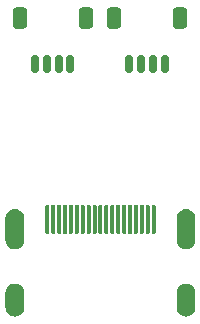
<source format=gbr>
%TF.GenerationSoftware,KiCad,Pcbnew,(6.0.6)*%
%TF.CreationDate,2022-06-22T16:25:05-06:00*%
%TF.ProjectId,15Pin_Fanout_Diodes,31355069-6e5f-4466-916e-6f75745f4469,rev?*%
%TF.SameCoordinates,Original*%
%TF.FileFunction,Paste,Top*%
%TF.FilePolarity,Positive*%
%FSLAX46Y46*%
G04 Gerber Fmt 4.6, Leading zero omitted, Abs format (unit mm)*
G04 Created by KiCad (PCBNEW (6.0.6)) date 2022-06-22 16:25:05*
%MOMM*%
%LPD*%
G01*
G04 APERTURE LIST*
G04 Aperture macros list*
%AMRoundRect*
0 Rectangle with rounded corners*
0 $1 Rounding radius*
0 $2 $3 $4 $5 $6 $7 $8 $9 X,Y pos of 4 corners*
0 Add a 4 corners polygon primitive as box body*
4,1,4,$2,$3,$4,$5,$6,$7,$8,$9,$2,$3,0*
0 Add four circle primitives for the rounded corners*
1,1,$1+$1,$2,$3*
1,1,$1+$1,$4,$5*
1,1,$1+$1,$6,$7*
1,1,$1+$1,$8,$9*
0 Add four rect primitives between the rounded corners*
20,1,$1+$1,$2,$3,$4,$5,0*
20,1,$1+$1,$4,$5,$6,$7,0*
20,1,$1+$1,$6,$7,$8,$9,0*
20,1,$1+$1,$8,$9,$2,$3,0*%
G04 Aperture macros list end*
%ADD10C,0.120000*%
%ADD11RoundRect,0.150000X0.150000X0.625000X-0.150000X0.625000X-0.150000X-0.625000X0.150000X-0.625000X0*%
%ADD12RoundRect,0.250000X0.350000X0.650000X-0.350000X0.650000X-0.350000X-0.650000X0.350000X-0.650000X0*%
%ADD13O,0.250000X2.400000*%
G04 APERTURE END LIST*
%TO.C,J1*%
G36*
X-474000Y4592000D02*
G01*
X-451000Y4584000D01*
X-429000Y4572000D01*
X-410000Y4557000D01*
X-395000Y4537000D01*
X-384000Y4516000D01*
X-377000Y4492000D01*
X-375000Y4471000D01*
X-375000Y2321000D01*
X-378000Y2297000D01*
X-385000Y2274000D01*
X-397000Y2252000D01*
X-413000Y2233000D01*
X-432000Y2218000D01*
X-454000Y2207000D01*
X-477000Y2200000D01*
X-502000Y2198000D01*
X-526000Y2201000D01*
X-550000Y2208000D01*
X-571000Y2220000D01*
X-590000Y2236000D01*
X-605000Y2255000D01*
X-616000Y2277000D01*
X-623000Y2300000D01*
X-625000Y2321000D01*
X-625000Y4471000D01*
X-622000Y4496000D01*
X-615000Y4519000D01*
X-603000Y4540000D01*
X-587000Y4559000D01*
X-568000Y4574000D01*
X-546000Y4586000D01*
X-523000Y4592000D01*
X-498000Y4594000D01*
X-474000Y4592000D01*
G37*
D10*
X-474000Y4592000D02*
X-451000Y4584000D01*
X-429000Y4572000D01*
X-410000Y4557000D01*
X-395000Y4537000D01*
X-384000Y4516000D01*
X-377000Y4492000D01*
X-375000Y4471000D01*
X-375000Y2321000D01*
X-378000Y2297000D01*
X-385000Y2274000D01*
X-397000Y2252000D01*
X-413000Y2233000D01*
X-432000Y2218000D01*
X-454000Y2207000D01*
X-477000Y2200000D01*
X-502000Y2198000D01*
X-526000Y2201000D01*
X-550000Y2208000D01*
X-571000Y2220000D01*
X-590000Y2236000D01*
X-605000Y2255000D01*
X-616000Y2277000D01*
X-623000Y2300000D01*
X-625000Y2321000D01*
X-625000Y4471000D01*
X-622000Y4496000D01*
X-615000Y4519000D01*
X-603000Y4540000D01*
X-587000Y4559000D01*
X-568000Y4574000D01*
X-546000Y4586000D01*
X-523000Y4592000D01*
X-498000Y4594000D01*
X-474000Y4592000D01*
G36*
X3025000Y4594000D02*
G01*
X3048000Y4587000D01*
X3070000Y4575000D01*
X3089000Y4560000D01*
X3105000Y4541000D01*
X3116000Y4519000D01*
X3123000Y4496000D01*
X3126000Y4471000D01*
X3126000Y2321000D01*
X3123000Y2297000D01*
X3116000Y2273000D01*
X3105000Y2252000D01*
X3089000Y2233000D01*
X3070000Y2217000D01*
X3048000Y2206000D01*
X3025000Y2199000D01*
X3001000Y2196000D01*
X2976000Y2199000D01*
X2953000Y2206000D01*
X2931000Y2217000D01*
X2912000Y2233000D01*
X2897000Y2252000D01*
X2885000Y2273000D01*
X2878000Y2297000D01*
X2876000Y2321000D01*
X2876000Y4471000D01*
X2878000Y4496000D01*
X2885000Y4519000D01*
X2897000Y4541000D01*
X2912000Y4560000D01*
X2931000Y4575000D01*
X2953000Y4587000D01*
X2976000Y4594000D01*
X3001000Y4596000D01*
X3025000Y4594000D01*
G37*
X3025000Y4594000D02*
X3048000Y4587000D01*
X3070000Y4575000D01*
X3089000Y4560000D01*
X3105000Y4541000D01*
X3116000Y4519000D01*
X3123000Y4496000D01*
X3126000Y4471000D01*
X3126000Y2321000D01*
X3123000Y2297000D01*
X3116000Y2273000D01*
X3105000Y2252000D01*
X3089000Y2233000D01*
X3070000Y2217000D01*
X3048000Y2206000D01*
X3025000Y2199000D01*
X3001000Y2196000D01*
X2976000Y2199000D01*
X2953000Y2206000D01*
X2931000Y2217000D01*
X2912000Y2233000D01*
X2897000Y2252000D01*
X2885000Y2273000D01*
X2878000Y2297000D01*
X2876000Y2321000D01*
X2876000Y4471000D01*
X2878000Y4496000D01*
X2885000Y4519000D01*
X2897000Y4541000D01*
X2912000Y4560000D01*
X2931000Y4575000D01*
X2953000Y4587000D01*
X2976000Y4594000D01*
X3001000Y4596000D01*
X3025000Y4594000D01*
G36*
X-1476000Y4594000D02*
G01*
X-1452000Y4587000D01*
X-1431000Y4575000D01*
X-1412000Y4560000D01*
X-1396000Y4541000D01*
X-1385000Y4519000D01*
X-1378000Y4496000D01*
X-1375000Y4471000D01*
X-1375000Y2321000D01*
X-1378000Y2297000D01*
X-1385000Y2273000D01*
X-1396000Y2252000D01*
X-1412000Y2233000D01*
X-1431000Y2217000D01*
X-1452000Y2206000D01*
X-1476000Y2199000D01*
X-1500000Y2196000D01*
X-1525000Y2199000D01*
X-1548000Y2206000D01*
X-1570000Y2217000D01*
X-1589000Y2233000D01*
X-1604000Y2252000D01*
X-1616000Y2273000D01*
X-1623000Y2297000D01*
X-1625000Y2321000D01*
X-1625000Y4471000D01*
X-1623000Y4496000D01*
X-1616000Y4519000D01*
X-1604000Y4541000D01*
X-1589000Y4560000D01*
X-1570000Y4575000D01*
X-1548000Y4587000D01*
X-1525000Y4594000D01*
X-1500000Y4596000D01*
X-1476000Y4594000D01*
G37*
X-1476000Y4594000D02*
X-1452000Y4587000D01*
X-1431000Y4575000D01*
X-1412000Y4560000D01*
X-1396000Y4541000D01*
X-1385000Y4519000D01*
X-1378000Y4496000D01*
X-1375000Y4471000D01*
X-1375000Y2321000D01*
X-1378000Y2297000D01*
X-1385000Y2273000D01*
X-1396000Y2252000D01*
X-1412000Y2233000D01*
X-1431000Y2217000D01*
X-1452000Y2206000D01*
X-1476000Y2199000D01*
X-1500000Y2196000D01*
X-1525000Y2199000D01*
X-1548000Y2206000D01*
X-1570000Y2217000D01*
X-1589000Y2233000D01*
X-1604000Y2252000D01*
X-1616000Y2273000D01*
X-1623000Y2297000D01*
X-1625000Y2321000D01*
X-1625000Y4471000D01*
X-1623000Y4496000D01*
X-1616000Y4519000D01*
X-1604000Y4541000D01*
X-1589000Y4560000D01*
X-1570000Y4575000D01*
X-1548000Y4587000D01*
X-1525000Y4594000D01*
X-1500000Y4596000D01*
X-1476000Y4594000D01*
G36*
X-3476000Y4594000D02*
G01*
X-3453000Y4587000D01*
X-3431000Y4575000D01*
X-3412000Y4560000D01*
X-3397000Y4541000D01*
X-3385000Y4519000D01*
X-3378000Y4496000D01*
X-3376000Y4471000D01*
X-3376000Y2321000D01*
X-3378000Y2297000D01*
X-3385000Y2273000D01*
X-3397000Y2252000D01*
X-3412000Y2233000D01*
X-3431000Y2217000D01*
X-3453000Y2206000D01*
X-3476000Y2199000D01*
X-3501000Y2196000D01*
X-3525000Y2199000D01*
X-3549000Y2206000D01*
X-3570000Y2217000D01*
X-3589000Y2233000D01*
X-3605000Y2252000D01*
X-3616000Y2273000D01*
X-3623000Y2297000D01*
X-3626000Y2321000D01*
X-3626000Y4471000D01*
X-3623000Y4496000D01*
X-3616000Y4519000D01*
X-3605000Y4541000D01*
X-3589000Y4560000D01*
X-3570000Y4575000D01*
X-3549000Y4587000D01*
X-3525000Y4594000D01*
X-3501000Y4596000D01*
X-3476000Y4594000D01*
G37*
X-3476000Y4594000D02*
X-3453000Y4587000D01*
X-3431000Y4575000D01*
X-3412000Y4560000D01*
X-3397000Y4541000D01*
X-3385000Y4519000D01*
X-3378000Y4496000D01*
X-3376000Y4471000D01*
X-3376000Y2321000D01*
X-3378000Y2297000D01*
X-3385000Y2273000D01*
X-3397000Y2252000D01*
X-3412000Y2233000D01*
X-3431000Y2217000D01*
X-3453000Y2206000D01*
X-3476000Y2199000D01*
X-3501000Y2196000D01*
X-3525000Y2199000D01*
X-3549000Y2206000D01*
X-3570000Y2217000D01*
X-3589000Y2233000D01*
X-3605000Y2252000D01*
X-3616000Y2273000D01*
X-3623000Y2297000D01*
X-3626000Y2321000D01*
X-3626000Y4471000D01*
X-3623000Y4496000D01*
X-3616000Y4519000D01*
X-3605000Y4541000D01*
X-3589000Y4560000D01*
X-3570000Y4575000D01*
X-3549000Y4587000D01*
X-3525000Y4594000D01*
X-3501000Y4596000D01*
X-3476000Y4594000D01*
G36*
X2025000Y4594000D02*
G01*
X2048000Y4587000D01*
X2070000Y4575000D01*
X2089000Y4560000D01*
X2104000Y4541000D01*
X2116000Y4519000D01*
X2123000Y4496000D01*
X2125000Y4471000D01*
X2125000Y2321000D01*
X2123000Y2297000D01*
X2116000Y2273000D01*
X2104000Y2252000D01*
X2089000Y2233000D01*
X2070000Y2217000D01*
X2048000Y2206000D01*
X2025000Y2199000D01*
X2000000Y2196000D01*
X1976000Y2199000D01*
X1953000Y2206000D01*
X1931000Y2217000D01*
X1912000Y2233000D01*
X1896000Y2252000D01*
X1885000Y2273000D01*
X1878000Y2297000D01*
X1875000Y2321000D01*
X1875000Y4471000D01*
X1878000Y4496000D01*
X1885000Y4519000D01*
X1896000Y4541000D01*
X1912000Y4560000D01*
X1931000Y4575000D01*
X1953000Y4587000D01*
X1976000Y4594000D01*
X2000000Y4596000D01*
X2025000Y4594000D01*
G37*
X2025000Y4594000D02*
X2048000Y4587000D01*
X2070000Y4575000D01*
X2089000Y4560000D01*
X2104000Y4541000D01*
X2116000Y4519000D01*
X2123000Y4496000D01*
X2125000Y4471000D01*
X2125000Y2321000D01*
X2123000Y2297000D01*
X2116000Y2273000D01*
X2104000Y2252000D01*
X2089000Y2233000D01*
X2070000Y2217000D01*
X2048000Y2206000D01*
X2025000Y2199000D01*
X2000000Y2196000D01*
X1976000Y2199000D01*
X1953000Y2206000D01*
X1931000Y2217000D01*
X1912000Y2233000D01*
X1896000Y2252000D01*
X1885000Y2273000D01*
X1878000Y2297000D01*
X1875000Y2321000D01*
X1875000Y4471000D01*
X1878000Y4496000D01*
X1885000Y4519000D01*
X1896000Y4541000D01*
X1912000Y4560000D01*
X1931000Y4575000D01*
X1953000Y4587000D01*
X1976000Y4594000D01*
X2000000Y4596000D01*
X2025000Y4594000D01*
G36*
X-4477000Y4594000D02*
G01*
X-4453000Y4587000D01*
X-4431000Y4575000D01*
X-4413000Y4560000D01*
X-4397000Y4541000D01*
X-4385000Y4519000D01*
X-4378000Y4496000D01*
X-4376000Y4471000D01*
X-4376000Y2321000D01*
X-4378000Y2297000D01*
X-4385000Y2273000D01*
X-4397000Y2252000D01*
X-4413000Y2233000D01*
X-4431000Y2217000D01*
X-4453000Y2206000D01*
X-4477000Y2199000D01*
X-4501000Y2196000D01*
X-4525000Y2199000D01*
X-4549000Y2206000D01*
X-4570000Y2217000D01*
X-4589000Y2233000D01*
X-4605000Y2252000D01*
X-4616000Y2273000D01*
X-4624000Y2297000D01*
X-4626000Y2321000D01*
X-4626000Y4471000D01*
X-4624000Y4496000D01*
X-4616000Y4519000D01*
X-4605000Y4541000D01*
X-4589000Y4560000D01*
X-4570000Y4575000D01*
X-4549000Y4587000D01*
X-4525000Y4594000D01*
X-4501000Y4596000D01*
X-4477000Y4594000D01*
G37*
X-4477000Y4594000D02*
X-4453000Y4587000D01*
X-4431000Y4575000D01*
X-4413000Y4560000D01*
X-4397000Y4541000D01*
X-4385000Y4519000D01*
X-4378000Y4496000D01*
X-4376000Y4471000D01*
X-4376000Y2321000D01*
X-4378000Y2297000D01*
X-4385000Y2273000D01*
X-4397000Y2252000D01*
X-4413000Y2233000D01*
X-4431000Y2217000D01*
X-4453000Y2206000D01*
X-4477000Y2199000D01*
X-4501000Y2196000D01*
X-4525000Y2199000D01*
X-4549000Y2206000D01*
X-4570000Y2217000D01*
X-4589000Y2233000D01*
X-4605000Y2252000D01*
X-4616000Y2273000D01*
X-4624000Y2297000D01*
X-4626000Y2321000D01*
X-4626000Y4471000D01*
X-4624000Y4496000D01*
X-4616000Y4519000D01*
X-4605000Y4541000D01*
X-4589000Y4560000D01*
X-4570000Y4575000D01*
X-4549000Y4587000D01*
X-4525000Y4594000D01*
X-4501000Y4596000D01*
X-4477000Y4594000D01*
G36*
X-1976000Y4594000D02*
G01*
X-1953000Y4587000D01*
X-1931000Y4575000D01*
X-1912000Y4560000D01*
X-1896000Y4541000D01*
X-1885000Y4519000D01*
X-1878000Y4496000D01*
X-1875000Y4471000D01*
X-1875000Y2321000D01*
X-1878000Y2297000D01*
X-1885000Y2273000D01*
X-1896000Y2252000D01*
X-1912000Y2233000D01*
X-1931000Y2217000D01*
X-1953000Y2206000D01*
X-1976000Y2199000D01*
X-2000000Y2196000D01*
X-2025000Y2199000D01*
X-2048000Y2206000D01*
X-2070000Y2217000D01*
X-2089000Y2233000D01*
X-2104000Y2252000D01*
X-2116000Y2273000D01*
X-2123000Y2297000D01*
X-2125000Y2321000D01*
X-2125000Y4471000D01*
X-2123000Y4496000D01*
X-2116000Y4519000D01*
X-2104000Y4541000D01*
X-2089000Y4560000D01*
X-2070000Y4575000D01*
X-2048000Y4587000D01*
X-2025000Y4594000D01*
X-2000000Y4596000D01*
X-1976000Y4594000D01*
G37*
X-1976000Y4594000D02*
X-1953000Y4587000D01*
X-1931000Y4575000D01*
X-1912000Y4560000D01*
X-1896000Y4541000D01*
X-1885000Y4519000D01*
X-1878000Y4496000D01*
X-1875000Y4471000D01*
X-1875000Y2321000D01*
X-1878000Y2297000D01*
X-1885000Y2273000D01*
X-1896000Y2252000D01*
X-1912000Y2233000D01*
X-1931000Y2217000D01*
X-1953000Y2206000D01*
X-1976000Y2199000D01*
X-2000000Y2196000D01*
X-2025000Y2199000D01*
X-2048000Y2206000D01*
X-2070000Y2217000D01*
X-2089000Y2233000D01*
X-2104000Y2252000D01*
X-2116000Y2273000D01*
X-2123000Y2297000D01*
X-2125000Y2321000D01*
X-2125000Y4471000D01*
X-2123000Y4496000D01*
X-2116000Y4519000D01*
X-2104000Y4541000D01*
X-2089000Y4560000D01*
X-2070000Y4575000D01*
X-2048000Y4587000D01*
X-2025000Y4594000D01*
X-2000000Y4596000D01*
X-1976000Y4594000D01*
G36*
X1025000Y4594000D02*
G01*
X1048000Y4587000D01*
X1070000Y4575000D01*
X1089000Y4560000D01*
X1104000Y4541000D01*
X1116000Y4519000D01*
X1123000Y4496000D01*
X1125000Y4471000D01*
X1125000Y2321000D01*
X1123000Y2297000D01*
X1116000Y2273000D01*
X1104000Y2252000D01*
X1089000Y2233000D01*
X1070000Y2217000D01*
X1048000Y2206000D01*
X1025000Y2199000D01*
X1000000Y2196000D01*
X976000Y2199000D01*
X952000Y2206000D01*
X931000Y2217000D01*
X912000Y2233000D01*
X896000Y2252000D01*
X885000Y2273000D01*
X878000Y2297000D01*
X875000Y2321000D01*
X875000Y4471000D01*
X878000Y4496000D01*
X885000Y4519000D01*
X896000Y4541000D01*
X912000Y4560000D01*
X931000Y4575000D01*
X952000Y4587000D01*
X976000Y4594000D01*
X1000000Y4596000D01*
X1025000Y4594000D01*
G37*
X1025000Y4594000D02*
X1048000Y4587000D01*
X1070000Y4575000D01*
X1089000Y4560000D01*
X1104000Y4541000D01*
X1116000Y4519000D01*
X1123000Y4496000D01*
X1125000Y4471000D01*
X1125000Y2321000D01*
X1123000Y2297000D01*
X1116000Y2273000D01*
X1104000Y2252000D01*
X1089000Y2233000D01*
X1070000Y2217000D01*
X1048000Y2206000D01*
X1025000Y2199000D01*
X1000000Y2196000D01*
X976000Y2199000D01*
X952000Y2206000D01*
X931000Y2217000D01*
X912000Y2233000D01*
X896000Y2252000D01*
X885000Y2273000D01*
X878000Y2297000D01*
X875000Y2321000D01*
X875000Y4471000D01*
X878000Y4496000D01*
X885000Y4519000D01*
X896000Y4541000D01*
X912000Y4560000D01*
X931000Y4575000D01*
X952000Y4587000D01*
X976000Y4594000D01*
X1000000Y4596000D01*
X1025000Y4594000D01*
G36*
X-3976000Y4594000D02*
G01*
X-3953000Y4587000D01*
X-3931000Y4575000D01*
X-3912000Y4560000D01*
X-3897000Y4541000D01*
X-3885000Y4519000D01*
X-3878000Y4496000D01*
X-3876000Y4471000D01*
X-3876000Y2321000D01*
X-3878000Y2297000D01*
X-3885000Y2273000D01*
X-3897000Y2252000D01*
X-3912000Y2233000D01*
X-3931000Y2217000D01*
X-3953000Y2206000D01*
X-3976000Y2199000D01*
X-4001000Y2196000D01*
X-4025000Y2199000D01*
X-4049000Y2206000D01*
X-4070000Y2217000D01*
X-4089000Y2233000D01*
X-4105000Y2252000D01*
X-4116000Y2273000D01*
X-4123000Y2297000D01*
X-4126000Y2321000D01*
X-4126000Y4471000D01*
X-4123000Y4496000D01*
X-4116000Y4519000D01*
X-4105000Y4541000D01*
X-4089000Y4560000D01*
X-4070000Y4575000D01*
X-4049000Y4587000D01*
X-4025000Y4594000D01*
X-4001000Y4596000D01*
X-3976000Y4594000D01*
G37*
X-3976000Y4594000D02*
X-3953000Y4587000D01*
X-3931000Y4575000D01*
X-3912000Y4560000D01*
X-3897000Y4541000D01*
X-3885000Y4519000D01*
X-3878000Y4496000D01*
X-3876000Y4471000D01*
X-3876000Y2321000D01*
X-3878000Y2297000D01*
X-3885000Y2273000D01*
X-3897000Y2252000D01*
X-3912000Y2233000D01*
X-3931000Y2217000D01*
X-3953000Y2206000D01*
X-3976000Y2199000D01*
X-4001000Y2196000D01*
X-4025000Y2199000D01*
X-4049000Y2206000D01*
X-4070000Y2217000D01*
X-4089000Y2233000D01*
X-4105000Y2252000D01*
X-4116000Y2273000D01*
X-4123000Y2297000D01*
X-4126000Y2321000D01*
X-4126000Y4471000D01*
X-4123000Y4496000D01*
X-4116000Y4519000D01*
X-4105000Y4541000D01*
X-4089000Y4560000D01*
X-4070000Y4575000D01*
X-4049000Y4587000D01*
X-4025000Y4594000D01*
X-4001000Y4596000D01*
X-3976000Y4594000D01*
G36*
X-974000Y4592000D02*
G01*
X-951000Y4584000D01*
X-929000Y4572000D01*
X-911000Y4557000D01*
X-895000Y4537000D01*
X-884000Y4516000D01*
X-877000Y4492000D01*
X-875000Y4471000D01*
X-875000Y2321000D01*
X-878000Y2297000D01*
X-885000Y2274000D01*
X-897000Y2252000D01*
X-913000Y2233000D01*
X-932000Y2218000D01*
X-954000Y2207000D01*
X-978000Y2200000D01*
X-1002000Y2198000D01*
X-1026000Y2201000D01*
X-1050000Y2208000D01*
X-1071000Y2220000D01*
X-1090000Y2236000D01*
X-1105000Y2255000D01*
X-1116000Y2277000D01*
X-1123000Y2300000D01*
X-1125000Y2321000D01*
X-1125000Y4471000D01*
X-1122000Y4496000D01*
X-1115000Y4519000D01*
X-1103000Y4540000D01*
X-1087000Y4559000D01*
X-1068000Y4574000D01*
X-1046000Y4586000D01*
X-1023000Y4592000D01*
X-998000Y4594000D01*
X-974000Y4592000D01*
G37*
X-974000Y4592000D02*
X-951000Y4584000D01*
X-929000Y4572000D01*
X-911000Y4557000D01*
X-895000Y4537000D01*
X-884000Y4516000D01*
X-877000Y4492000D01*
X-875000Y4471000D01*
X-875000Y2321000D01*
X-878000Y2297000D01*
X-885000Y2274000D01*
X-897000Y2252000D01*
X-913000Y2233000D01*
X-932000Y2218000D01*
X-954000Y2207000D01*
X-978000Y2200000D01*
X-1002000Y2198000D01*
X-1026000Y2201000D01*
X-1050000Y2208000D01*
X-1071000Y2220000D01*
X-1090000Y2236000D01*
X-1105000Y2255000D01*
X-1116000Y2277000D01*
X-1123000Y2300000D01*
X-1125000Y2321000D01*
X-1125000Y4471000D01*
X-1122000Y4496000D01*
X-1115000Y4519000D01*
X-1103000Y4540000D01*
X-1087000Y4559000D01*
X-1068000Y4574000D01*
X-1046000Y4586000D01*
X-1023000Y4592000D01*
X-998000Y4594000D01*
X-974000Y4592000D01*
G36*
X-2476000Y4594000D02*
G01*
X-2453000Y4587000D01*
X-2431000Y4575000D01*
X-2412000Y4560000D01*
X-2397000Y4541000D01*
X-2385000Y4519000D01*
X-2378000Y4496000D01*
X-2375000Y4471000D01*
X-2375000Y2321000D01*
X-2378000Y2297000D01*
X-2385000Y2273000D01*
X-2397000Y2252000D01*
X-2412000Y2233000D01*
X-2431000Y2217000D01*
X-2453000Y2206000D01*
X-2476000Y2199000D01*
X-2500000Y2196000D01*
X-2525000Y2199000D01*
X-2548000Y2206000D01*
X-2570000Y2217000D01*
X-2589000Y2233000D01*
X-2604000Y2252000D01*
X-2616000Y2273000D01*
X-2623000Y2297000D01*
X-2625000Y2321000D01*
X-2625000Y4471000D01*
X-2623000Y4496000D01*
X-2616000Y4519000D01*
X-2604000Y4541000D01*
X-2589000Y4560000D01*
X-2570000Y4575000D01*
X-2548000Y4587000D01*
X-2525000Y4594000D01*
X-2500000Y4596000D01*
X-2476000Y4594000D01*
G37*
X-2476000Y4594000D02*
X-2453000Y4587000D01*
X-2431000Y4575000D01*
X-2412000Y4560000D01*
X-2397000Y4541000D01*
X-2385000Y4519000D01*
X-2378000Y4496000D01*
X-2375000Y4471000D01*
X-2375000Y2321000D01*
X-2378000Y2297000D01*
X-2385000Y2273000D01*
X-2397000Y2252000D01*
X-2412000Y2233000D01*
X-2431000Y2217000D01*
X-2453000Y2206000D01*
X-2476000Y2199000D01*
X-2500000Y2196000D01*
X-2525000Y2199000D01*
X-2548000Y2206000D01*
X-2570000Y2217000D01*
X-2589000Y2233000D01*
X-2604000Y2252000D01*
X-2616000Y2273000D01*
X-2623000Y2297000D01*
X-2625000Y2321000D01*
X-2625000Y4471000D01*
X-2623000Y4496000D01*
X-2616000Y4519000D01*
X-2604000Y4541000D01*
X-2589000Y4560000D01*
X-2570000Y4575000D01*
X-2548000Y4587000D01*
X-2525000Y4594000D01*
X-2500000Y4596000D01*
X-2476000Y4594000D01*
G36*
X4525000Y4594000D02*
G01*
X4549000Y4587000D01*
X4570000Y4575000D01*
X4589000Y4560000D01*
X4605000Y4541000D01*
X4616000Y4519000D01*
X4624000Y4496000D01*
X4626000Y4471000D01*
X4626000Y2321000D01*
X4624000Y2297000D01*
X4616000Y2273000D01*
X4605000Y2252000D01*
X4589000Y2233000D01*
X4570000Y2217000D01*
X4549000Y2206000D01*
X4525000Y2199000D01*
X4501000Y2196000D01*
X4477000Y2199000D01*
X4453000Y2206000D01*
X4431000Y2217000D01*
X4413000Y2233000D01*
X4397000Y2252000D01*
X4385000Y2273000D01*
X4378000Y2297000D01*
X4376000Y2321000D01*
X4376000Y4471000D01*
X4378000Y4496000D01*
X4385000Y4519000D01*
X4397000Y4541000D01*
X4413000Y4560000D01*
X4431000Y4575000D01*
X4453000Y4587000D01*
X4477000Y4594000D01*
X4501000Y4596000D01*
X4525000Y4594000D01*
G37*
X4525000Y4594000D02*
X4549000Y4587000D01*
X4570000Y4575000D01*
X4589000Y4560000D01*
X4605000Y4541000D01*
X4616000Y4519000D01*
X4624000Y4496000D01*
X4626000Y4471000D01*
X4626000Y2321000D01*
X4624000Y2297000D01*
X4616000Y2273000D01*
X4605000Y2252000D01*
X4589000Y2233000D01*
X4570000Y2217000D01*
X4549000Y2206000D01*
X4525000Y2199000D01*
X4501000Y2196000D01*
X4477000Y2199000D01*
X4453000Y2206000D01*
X4431000Y2217000D01*
X4413000Y2233000D01*
X4397000Y2252000D01*
X4385000Y2273000D01*
X4378000Y2297000D01*
X4376000Y2321000D01*
X4376000Y4471000D01*
X4378000Y4496000D01*
X4385000Y4519000D01*
X4397000Y4541000D01*
X4413000Y4560000D01*
X4431000Y4575000D01*
X4453000Y4587000D01*
X4477000Y4594000D01*
X4501000Y4596000D01*
X4525000Y4594000D01*
G36*
X7396000Y-2100000D02*
G01*
X7536000Y-2143000D01*
X7666000Y-2212000D01*
X7780000Y-2305000D01*
X7873000Y-2419000D01*
X7942000Y-2549000D01*
X7985000Y-2689000D01*
X7999000Y-2836000D01*
X7999000Y-4036000D01*
X7985000Y-4182000D01*
X7942000Y-4323000D01*
X7873000Y-4452000D01*
X7780000Y-4566000D01*
X7666000Y-4659000D01*
X7536000Y-4729000D01*
X7396000Y-4771000D01*
X7249000Y-4786000D01*
X7103000Y-4771000D01*
X6962000Y-4729000D01*
X6833000Y-4659000D01*
X6719000Y-4566000D01*
X6626000Y-4452000D01*
X6556000Y-4323000D01*
X6514000Y-4182000D01*
X6499000Y-4036000D01*
X6499000Y-2836000D01*
X6514000Y-2689000D01*
X6556000Y-2549000D01*
X6626000Y-2419000D01*
X6719000Y-2305000D01*
X6833000Y-2212000D01*
X6962000Y-2143000D01*
X7103000Y-2100000D01*
X7249000Y-2086000D01*
X7396000Y-2100000D01*
G37*
X7396000Y-2100000D02*
X7536000Y-2143000D01*
X7666000Y-2212000D01*
X7780000Y-2305000D01*
X7873000Y-2419000D01*
X7942000Y-2549000D01*
X7985000Y-2689000D01*
X7999000Y-2836000D01*
X7999000Y-4036000D01*
X7985000Y-4182000D01*
X7942000Y-4323000D01*
X7873000Y-4452000D01*
X7780000Y-4566000D01*
X7666000Y-4659000D01*
X7536000Y-4729000D01*
X7396000Y-4771000D01*
X7249000Y-4786000D01*
X7103000Y-4771000D01*
X6962000Y-4729000D01*
X6833000Y-4659000D01*
X6719000Y-4566000D01*
X6626000Y-4452000D01*
X6556000Y-4323000D01*
X6514000Y-4182000D01*
X6499000Y-4036000D01*
X6499000Y-2836000D01*
X6514000Y-2689000D01*
X6556000Y-2549000D01*
X6626000Y-2419000D01*
X6719000Y-2305000D01*
X6833000Y-2212000D01*
X6962000Y-2143000D01*
X7103000Y-2100000D01*
X7249000Y-2086000D01*
X7396000Y-2100000D01*
G36*
X-7103000Y4199000D02*
G01*
X-6962000Y4157000D01*
X-6832000Y4087000D01*
X-6719000Y3994000D01*
X-6626000Y3880000D01*
X-6556000Y3751000D01*
X-6514000Y3610000D01*
X-6499000Y3464000D01*
X-6499000Y1664000D01*
X-6514000Y1517000D01*
X-6556000Y1377000D01*
X-6626000Y1247000D01*
X-6719000Y1133000D01*
X-6832000Y1040000D01*
X-6962000Y971000D01*
X-7103000Y928000D01*
X-7249000Y914000D01*
X-7395000Y928000D01*
X-7536000Y971000D01*
X-7666000Y1040000D01*
X-7779000Y1133000D01*
X-7873000Y1247000D01*
X-7942000Y1377000D01*
X-7985000Y1517000D01*
X-7999000Y1664000D01*
X-7999000Y3464000D01*
X-7985000Y3610000D01*
X-7942000Y3751000D01*
X-7873000Y3880000D01*
X-7779000Y3994000D01*
X-7666000Y4087000D01*
X-7536000Y4157000D01*
X-7395000Y4199000D01*
X-7249000Y4214000D01*
X-7103000Y4199000D01*
G37*
X-7103000Y4199000D02*
X-6962000Y4157000D01*
X-6832000Y4087000D01*
X-6719000Y3994000D01*
X-6626000Y3880000D01*
X-6556000Y3751000D01*
X-6514000Y3610000D01*
X-6499000Y3464000D01*
X-6499000Y1664000D01*
X-6514000Y1517000D01*
X-6556000Y1377000D01*
X-6626000Y1247000D01*
X-6719000Y1133000D01*
X-6832000Y1040000D01*
X-6962000Y971000D01*
X-7103000Y928000D01*
X-7249000Y914000D01*
X-7395000Y928000D01*
X-7536000Y971000D01*
X-7666000Y1040000D01*
X-7779000Y1133000D01*
X-7873000Y1247000D01*
X-7942000Y1377000D01*
X-7985000Y1517000D01*
X-7999000Y1664000D01*
X-7999000Y3464000D01*
X-7985000Y3610000D01*
X-7942000Y3751000D01*
X-7873000Y3880000D01*
X-7779000Y3994000D01*
X-7666000Y4087000D01*
X-7536000Y4157000D01*
X-7395000Y4199000D01*
X-7249000Y4214000D01*
X-7103000Y4199000D01*
G36*
X2525000Y4594000D02*
G01*
X2548000Y4587000D01*
X2570000Y4575000D01*
X2589000Y4560000D01*
X2604000Y4541000D01*
X2616000Y4519000D01*
X2623000Y4496000D01*
X2625000Y4471000D01*
X2625000Y2321000D01*
X2623000Y2297000D01*
X2616000Y2273000D01*
X2604000Y2252000D01*
X2589000Y2233000D01*
X2570000Y2217000D01*
X2548000Y2206000D01*
X2525000Y2199000D01*
X2500000Y2196000D01*
X2476000Y2199000D01*
X2453000Y2206000D01*
X2431000Y2217000D01*
X2412000Y2233000D01*
X2397000Y2252000D01*
X2385000Y2273000D01*
X2378000Y2297000D01*
X2375000Y2321000D01*
X2375000Y4471000D01*
X2378000Y4496000D01*
X2385000Y4519000D01*
X2397000Y4541000D01*
X2412000Y4560000D01*
X2431000Y4575000D01*
X2453000Y4587000D01*
X2476000Y4594000D01*
X2500000Y4596000D01*
X2525000Y4594000D01*
G37*
X2525000Y4594000D02*
X2548000Y4587000D01*
X2570000Y4575000D01*
X2589000Y4560000D01*
X2604000Y4541000D01*
X2616000Y4519000D01*
X2623000Y4496000D01*
X2625000Y4471000D01*
X2625000Y2321000D01*
X2623000Y2297000D01*
X2616000Y2273000D01*
X2604000Y2252000D01*
X2589000Y2233000D01*
X2570000Y2217000D01*
X2548000Y2206000D01*
X2525000Y2199000D01*
X2500000Y2196000D01*
X2476000Y2199000D01*
X2453000Y2206000D01*
X2431000Y2217000D01*
X2412000Y2233000D01*
X2397000Y2252000D01*
X2385000Y2273000D01*
X2378000Y2297000D01*
X2375000Y2321000D01*
X2375000Y4471000D01*
X2378000Y4496000D01*
X2385000Y4519000D01*
X2397000Y4541000D01*
X2412000Y4560000D01*
X2431000Y4575000D01*
X2453000Y4587000D01*
X2476000Y4594000D01*
X2500000Y4596000D01*
X2525000Y4594000D01*
G36*
X-2976000Y4594000D02*
G01*
X-2953000Y4587000D01*
X-2931000Y4575000D01*
X-2912000Y4560000D01*
X-2897000Y4541000D01*
X-2885000Y4519000D01*
X-2878000Y4496000D01*
X-2876000Y4471000D01*
X-2876000Y2321000D01*
X-2878000Y2297000D01*
X-2885000Y2273000D01*
X-2897000Y2252000D01*
X-2912000Y2233000D01*
X-2931000Y2217000D01*
X-2953000Y2206000D01*
X-2976000Y2199000D01*
X-3001000Y2196000D01*
X-3025000Y2199000D01*
X-3048000Y2206000D01*
X-3070000Y2217000D01*
X-3089000Y2233000D01*
X-3105000Y2252000D01*
X-3116000Y2273000D01*
X-3123000Y2297000D01*
X-3126000Y2321000D01*
X-3126000Y4471000D01*
X-3123000Y4496000D01*
X-3116000Y4519000D01*
X-3105000Y4541000D01*
X-3089000Y4560000D01*
X-3070000Y4575000D01*
X-3048000Y4587000D01*
X-3025000Y4594000D01*
X-3001000Y4596000D01*
X-2976000Y4594000D01*
G37*
X-2976000Y4594000D02*
X-2953000Y4587000D01*
X-2931000Y4575000D01*
X-2912000Y4560000D01*
X-2897000Y4541000D01*
X-2885000Y4519000D01*
X-2878000Y4496000D01*
X-2876000Y4471000D01*
X-2876000Y2321000D01*
X-2878000Y2297000D01*
X-2885000Y2273000D01*
X-2897000Y2252000D01*
X-2912000Y2233000D01*
X-2931000Y2217000D01*
X-2953000Y2206000D01*
X-2976000Y2199000D01*
X-3001000Y2196000D01*
X-3025000Y2199000D01*
X-3048000Y2206000D01*
X-3070000Y2217000D01*
X-3089000Y2233000D01*
X-3105000Y2252000D01*
X-3116000Y2273000D01*
X-3123000Y2297000D01*
X-3126000Y2321000D01*
X-3126000Y4471000D01*
X-3123000Y4496000D01*
X-3116000Y4519000D01*
X-3105000Y4541000D01*
X-3089000Y4560000D01*
X-3070000Y4575000D01*
X-3048000Y4587000D01*
X-3025000Y4594000D01*
X-3001000Y4596000D01*
X-2976000Y4594000D01*
G36*
X7396000Y4199000D02*
G01*
X7536000Y4157000D01*
X7666000Y4087000D01*
X7780000Y3994000D01*
X7873000Y3880000D01*
X7942000Y3751000D01*
X7985000Y3610000D01*
X7999000Y3464000D01*
X7999000Y1664000D01*
X7985000Y1517000D01*
X7942000Y1377000D01*
X7873000Y1247000D01*
X7780000Y1133000D01*
X7666000Y1040000D01*
X7536000Y971000D01*
X7396000Y928000D01*
X7249000Y914000D01*
X7103000Y928000D01*
X6962000Y971000D01*
X6833000Y1040000D01*
X6719000Y1133000D01*
X6626000Y1247000D01*
X6556000Y1377000D01*
X6514000Y1517000D01*
X6499000Y1664000D01*
X6499000Y3464000D01*
X6514000Y3610000D01*
X6556000Y3751000D01*
X6626000Y3880000D01*
X6719000Y3994000D01*
X6833000Y4087000D01*
X6962000Y4157000D01*
X7103000Y4199000D01*
X7249000Y4214000D01*
X7396000Y4199000D01*
G37*
X7396000Y4199000D02*
X7536000Y4157000D01*
X7666000Y4087000D01*
X7780000Y3994000D01*
X7873000Y3880000D01*
X7942000Y3751000D01*
X7985000Y3610000D01*
X7999000Y3464000D01*
X7999000Y1664000D01*
X7985000Y1517000D01*
X7942000Y1377000D01*
X7873000Y1247000D01*
X7780000Y1133000D01*
X7666000Y1040000D01*
X7536000Y971000D01*
X7396000Y928000D01*
X7249000Y914000D01*
X7103000Y928000D01*
X6962000Y971000D01*
X6833000Y1040000D01*
X6719000Y1133000D01*
X6626000Y1247000D01*
X6556000Y1377000D01*
X6514000Y1517000D01*
X6499000Y1664000D01*
X6499000Y3464000D01*
X6514000Y3610000D01*
X6556000Y3751000D01*
X6626000Y3880000D01*
X6719000Y3994000D01*
X6833000Y4087000D01*
X6962000Y4157000D01*
X7103000Y4199000D01*
X7249000Y4214000D01*
X7396000Y4199000D01*
G36*
X4025000Y4594000D02*
G01*
X4049000Y4587000D01*
X4070000Y4575000D01*
X4089000Y4560000D01*
X4105000Y4541000D01*
X4116000Y4519000D01*
X4123000Y4496000D01*
X4126000Y4471000D01*
X4126000Y2321000D01*
X4123000Y2297000D01*
X4116000Y2273000D01*
X4105000Y2252000D01*
X4089000Y2233000D01*
X4070000Y2217000D01*
X4049000Y2206000D01*
X4025000Y2199000D01*
X4001000Y2196000D01*
X3976000Y2199000D01*
X3953000Y2206000D01*
X3931000Y2217000D01*
X3912000Y2233000D01*
X3897000Y2252000D01*
X3885000Y2273000D01*
X3878000Y2297000D01*
X3876000Y2321000D01*
X3876000Y4471000D01*
X3878000Y4496000D01*
X3885000Y4519000D01*
X3897000Y4541000D01*
X3912000Y4560000D01*
X3931000Y4575000D01*
X3953000Y4587000D01*
X3976000Y4594000D01*
X4001000Y4596000D01*
X4025000Y4594000D01*
G37*
X4025000Y4594000D02*
X4049000Y4587000D01*
X4070000Y4575000D01*
X4089000Y4560000D01*
X4105000Y4541000D01*
X4116000Y4519000D01*
X4123000Y4496000D01*
X4126000Y4471000D01*
X4126000Y2321000D01*
X4123000Y2297000D01*
X4116000Y2273000D01*
X4105000Y2252000D01*
X4089000Y2233000D01*
X4070000Y2217000D01*
X4049000Y2206000D01*
X4025000Y2199000D01*
X4001000Y2196000D01*
X3976000Y2199000D01*
X3953000Y2206000D01*
X3931000Y2217000D01*
X3912000Y2233000D01*
X3897000Y2252000D01*
X3885000Y2273000D01*
X3878000Y2297000D01*
X3876000Y2321000D01*
X3876000Y4471000D01*
X3878000Y4496000D01*
X3885000Y4519000D01*
X3897000Y4541000D01*
X3912000Y4560000D01*
X3931000Y4575000D01*
X3953000Y4587000D01*
X3976000Y4594000D01*
X4001000Y4596000D01*
X4025000Y4594000D01*
G36*
X525000Y4594000D02*
G01*
X548000Y4587000D01*
X570000Y4575000D01*
X589000Y4560000D01*
X604000Y4541000D01*
X616000Y4519000D01*
X623000Y4496000D01*
X625000Y4471000D01*
X625000Y2321000D01*
X623000Y2297000D01*
X616000Y2273000D01*
X604000Y2252000D01*
X589000Y2233000D01*
X570000Y2217000D01*
X548000Y2206000D01*
X525000Y2199000D01*
X500000Y2196000D01*
X476000Y2199000D01*
X452000Y2206000D01*
X431000Y2217000D01*
X412000Y2233000D01*
X396000Y2252000D01*
X385000Y2273000D01*
X377000Y2297000D01*
X375000Y2321000D01*
X375000Y4471000D01*
X377000Y4496000D01*
X385000Y4519000D01*
X396000Y4541000D01*
X412000Y4560000D01*
X431000Y4575000D01*
X452000Y4587000D01*
X476000Y4594000D01*
X500000Y4596000D01*
X525000Y4594000D01*
G37*
X525000Y4594000D02*
X548000Y4587000D01*
X570000Y4575000D01*
X589000Y4560000D01*
X604000Y4541000D01*
X616000Y4519000D01*
X623000Y4496000D01*
X625000Y4471000D01*
X625000Y2321000D01*
X623000Y2297000D01*
X616000Y2273000D01*
X604000Y2252000D01*
X589000Y2233000D01*
X570000Y2217000D01*
X548000Y2206000D01*
X525000Y2199000D01*
X500000Y2196000D01*
X476000Y2199000D01*
X452000Y2206000D01*
X431000Y2217000D01*
X412000Y2233000D01*
X396000Y2252000D01*
X385000Y2273000D01*
X377000Y2297000D01*
X375000Y2321000D01*
X375000Y4471000D01*
X377000Y4496000D01*
X385000Y4519000D01*
X396000Y4541000D01*
X412000Y4560000D01*
X431000Y4575000D01*
X452000Y4587000D01*
X476000Y4594000D01*
X500000Y4596000D01*
X525000Y4594000D01*
G36*
X24000Y4594000D02*
G01*
X48000Y4587000D01*
X69000Y4575000D01*
X88000Y4560000D01*
X104000Y4541000D01*
X116000Y4519000D01*
X123000Y4496000D01*
X125000Y4471000D01*
X125000Y2321000D01*
X123000Y2297000D01*
X116000Y2273000D01*
X104000Y2252000D01*
X88000Y2233000D01*
X69000Y2217000D01*
X48000Y2206000D01*
X24000Y2199000D01*
X0Y2196000D01*
X-24000Y2199000D01*
X-48000Y2206000D01*
X-69000Y2217000D01*
X-88000Y2233000D01*
X-104000Y2252000D01*
X-116000Y2273000D01*
X-123000Y2297000D01*
X-125000Y2321000D01*
X-125000Y4471000D01*
X-123000Y4496000D01*
X-116000Y4519000D01*
X-104000Y4541000D01*
X-88000Y4560000D01*
X-69000Y4575000D01*
X-48000Y4587000D01*
X-24000Y4594000D01*
X0Y4596000D01*
X24000Y4594000D01*
G37*
X24000Y4594000D02*
X48000Y4587000D01*
X69000Y4575000D01*
X88000Y4560000D01*
X104000Y4541000D01*
X116000Y4519000D01*
X123000Y4496000D01*
X125000Y4471000D01*
X125000Y2321000D01*
X123000Y2297000D01*
X116000Y2273000D01*
X104000Y2252000D01*
X88000Y2233000D01*
X69000Y2217000D01*
X48000Y2206000D01*
X24000Y2199000D01*
X0Y2196000D01*
X-24000Y2199000D01*
X-48000Y2206000D01*
X-69000Y2217000D01*
X-88000Y2233000D01*
X-104000Y2252000D01*
X-116000Y2273000D01*
X-123000Y2297000D01*
X-125000Y2321000D01*
X-125000Y4471000D01*
X-123000Y4496000D01*
X-116000Y4519000D01*
X-104000Y4541000D01*
X-88000Y4560000D01*
X-69000Y4575000D01*
X-48000Y4587000D01*
X-24000Y4594000D01*
X0Y4596000D01*
X24000Y4594000D01*
G36*
X1525000Y4594000D02*
G01*
X1548000Y4587000D01*
X1570000Y4575000D01*
X1589000Y4560000D01*
X1604000Y4541000D01*
X1616000Y4519000D01*
X1623000Y4496000D01*
X1625000Y4471000D01*
X1625000Y2321000D01*
X1623000Y2297000D01*
X1616000Y2273000D01*
X1604000Y2252000D01*
X1589000Y2233000D01*
X1570000Y2217000D01*
X1548000Y2206000D01*
X1525000Y2199000D01*
X1500000Y2196000D01*
X1476000Y2199000D01*
X1452000Y2206000D01*
X1431000Y2217000D01*
X1412000Y2233000D01*
X1396000Y2252000D01*
X1385000Y2273000D01*
X1378000Y2297000D01*
X1375000Y2321000D01*
X1375000Y4471000D01*
X1378000Y4496000D01*
X1385000Y4519000D01*
X1396000Y4541000D01*
X1412000Y4560000D01*
X1431000Y4575000D01*
X1452000Y4587000D01*
X1476000Y4594000D01*
X1500000Y4596000D01*
X1525000Y4594000D01*
G37*
X1525000Y4594000D02*
X1548000Y4587000D01*
X1570000Y4575000D01*
X1589000Y4560000D01*
X1604000Y4541000D01*
X1616000Y4519000D01*
X1623000Y4496000D01*
X1625000Y4471000D01*
X1625000Y2321000D01*
X1623000Y2297000D01*
X1616000Y2273000D01*
X1604000Y2252000D01*
X1589000Y2233000D01*
X1570000Y2217000D01*
X1548000Y2206000D01*
X1525000Y2199000D01*
X1500000Y2196000D01*
X1476000Y2199000D01*
X1452000Y2206000D01*
X1431000Y2217000D01*
X1412000Y2233000D01*
X1396000Y2252000D01*
X1385000Y2273000D01*
X1378000Y2297000D01*
X1375000Y2321000D01*
X1375000Y4471000D01*
X1378000Y4496000D01*
X1385000Y4519000D01*
X1396000Y4541000D01*
X1412000Y4560000D01*
X1431000Y4575000D01*
X1452000Y4587000D01*
X1476000Y4594000D01*
X1500000Y4596000D01*
X1525000Y4594000D01*
G36*
X3525000Y4594000D02*
G01*
X3549000Y4587000D01*
X3570000Y4575000D01*
X3589000Y4560000D01*
X3605000Y4541000D01*
X3616000Y4519000D01*
X3623000Y4496000D01*
X3626000Y4471000D01*
X3626000Y2321000D01*
X3623000Y2297000D01*
X3616000Y2273000D01*
X3605000Y2252000D01*
X3589000Y2233000D01*
X3570000Y2217000D01*
X3549000Y2206000D01*
X3525000Y2199000D01*
X3501000Y2196000D01*
X3476000Y2199000D01*
X3453000Y2206000D01*
X3431000Y2217000D01*
X3412000Y2233000D01*
X3397000Y2252000D01*
X3385000Y2273000D01*
X3378000Y2297000D01*
X3376000Y2321000D01*
X3376000Y4471000D01*
X3378000Y4496000D01*
X3385000Y4519000D01*
X3397000Y4541000D01*
X3412000Y4560000D01*
X3431000Y4575000D01*
X3453000Y4587000D01*
X3476000Y4594000D01*
X3501000Y4596000D01*
X3525000Y4594000D01*
G37*
X3525000Y4594000D02*
X3549000Y4587000D01*
X3570000Y4575000D01*
X3589000Y4560000D01*
X3605000Y4541000D01*
X3616000Y4519000D01*
X3623000Y4496000D01*
X3626000Y4471000D01*
X3626000Y2321000D01*
X3623000Y2297000D01*
X3616000Y2273000D01*
X3605000Y2252000D01*
X3589000Y2233000D01*
X3570000Y2217000D01*
X3549000Y2206000D01*
X3525000Y2199000D01*
X3501000Y2196000D01*
X3476000Y2199000D01*
X3453000Y2206000D01*
X3431000Y2217000D01*
X3412000Y2233000D01*
X3397000Y2252000D01*
X3385000Y2273000D01*
X3378000Y2297000D01*
X3376000Y2321000D01*
X3376000Y4471000D01*
X3378000Y4496000D01*
X3385000Y4519000D01*
X3397000Y4541000D01*
X3412000Y4560000D01*
X3431000Y4575000D01*
X3453000Y4587000D01*
X3476000Y4594000D01*
X3501000Y4596000D01*
X3525000Y4594000D01*
G36*
X-7103000Y-2100000D02*
G01*
X-6962000Y-2143000D01*
X-6832000Y-2212000D01*
X-6719000Y-2305000D01*
X-6626000Y-2419000D01*
X-6556000Y-2549000D01*
X-6514000Y-2689000D01*
X-6499000Y-2836000D01*
X-6499000Y-4036000D01*
X-6514000Y-4182000D01*
X-6556000Y-4323000D01*
X-6626000Y-4452000D01*
X-6719000Y-4566000D01*
X-6832000Y-4659000D01*
X-6962000Y-4729000D01*
X-7103000Y-4771000D01*
X-7249000Y-4786000D01*
X-7395000Y-4771000D01*
X-7536000Y-4729000D01*
X-7666000Y-4659000D01*
X-7779000Y-4566000D01*
X-7873000Y-4452000D01*
X-7942000Y-4323000D01*
X-7985000Y-4182000D01*
X-7999000Y-4036000D01*
X-7999000Y-2836000D01*
X-7985000Y-2689000D01*
X-7942000Y-2549000D01*
X-7873000Y-2419000D01*
X-7779000Y-2305000D01*
X-7666000Y-2212000D01*
X-7536000Y-2143000D01*
X-7395000Y-2100000D01*
X-7249000Y-2086000D01*
X-7103000Y-2100000D01*
G37*
X-7103000Y-2100000D02*
X-6962000Y-2143000D01*
X-6832000Y-2212000D01*
X-6719000Y-2305000D01*
X-6626000Y-2419000D01*
X-6556000Y-2549000D01*
X-6514000Y-2689000D01*
X-6499000Y-2836000D01*
X-6499000Y-4036000D01*
X-6514000Y-4182000D01*
X-6556000Y-4323000D01*
X-6626000Y-4452000D01*
X-6719000Y-4566000D01*
X-6832000Y-4659000D01*
X-6962000Y-4729000D01*
X-7103000Y-4771000D01*
X-7249000Y-4786000D01*
X-7395000Y-4771000D01*
X-7536000Y-4729000D01*
X-7666000Y-4659000D01*
X-7779000Y-4566000D01*
X-7873000Y-4452000D01*
X-7942000Y-4323000D01*
X-7985000Y-4182000D01*
X-7999000Y-4036000D01*
X-7999000Y-2836000D01*
X-7985000Y-2689000D01*
X-7942000Y-2549000D01*
X-7873000Y-2419000D01*
X-7779000Y-2305000D01*
X-7666000Y-2212000D01*
X-7536000Y-2143000D01*
X-7395000Y-2100000D01*
X-7249000Y-2086000D01*
X-7103000Y-2100000D01*
%TD*%
D11*
%TO.C,J6*%
X5500000Y16500000D03*
X4500000Y16500000D03*
X3500000Y16500000D03*
X2500000Y16500000D03*
D12*
X6800000Y20375000D03*
X1200000Y20375000D03*
%TD*%
D11*
%TO.C,J7*%
X-2500000Y16500000D03*
X-3500000Y16500000D03*
X-4500000Y16500000D03*
X-5500000Y16500000D03*
D12*
X-1200000Y20375000D03*
X-6800000Y20375000D03*
%TD*%
D13*
%TO.C,J1*%
X4501000Y3396000D03*
X4001000Y3396000D03*
X3501000Y3396000D03*
X3001000Y3396000D03*
X2500000Y3396000D03*
X2000000Y3396000D03*
X1500000Y3396000D03*
X1000000Y3396000D03*
X500000Y3396000D03*
X0Y3396000D03*
X-500000Y3396000D03*
X-1000000Y3396000D03*
X-1500000Y3396000D03*
X-2000000Y3396000D03*
X-2500000Y3396000D03*
X-3001000Y3396000D03*
X-3501000Y3396000D03*
X-4001000Y3396000D03*
X-4501000Y3396000D03*
%TD*%
M02*

</source>
